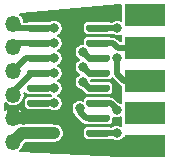
<source format=gbr>
%TF.GenerationSoftware,KiCad,Pcbnew,(5.1.9)-1*%
%TF.CreationDate,2022-11-25T11:31:52-06:00*%
%TF.ProjectId,adapter,61646170-7465-4722-9e6b-696361645f70,rev?*%
%TF.SameCoordinates,Original*%
%TF.FileFunction,Copper,L1,Top*%
%TF.FilePolarity,Positive*%
%FSLAX46Y46*%
G04 Gerber Fmt 4.6, Leading zero omitted, Abs format (unit mm)*
G04 Created by KiCad (PCBNEW (5.1.9)-1) date 2022-11-25 11:31:52*
%MOMM*%
%LPD*%
G01*
G04 APERTURE LIST*
%TA.AperFunction,ComponentPad*%
%ADD10O,1.350000X1.350000*%
%TD*%
%TA.AperFunction,SMDPad,CuDef*%
%ADD11R,3.480000X1.846667*%
%TD*%
%TA.AperFunction,ViaPad*%
%ADD12C,0.800000*%
%TD*%
%TA.AperFunction,Conductor*%
%ADD13C,0.500000*%
%TD*%
%TA.AperFunction,Conductor*%
%ADD14C,1.000000*%
%TD*%
%TA.AperFunction,Conductor*%
%ADD15C,0.200000*%
%TD*%
%TA.AperFunction,Conductor*%
%ADD16C,0.100000*%
%TD*%
G04 APERTURE END LIST*
D10*
%TO.P,J1,1*%
%TO.N,TXD*%
X131191000Y-90424000D03*
%TO.P,J1,2*%
%TO.N,RXD*%
X131191000Y-92424000D03*
%TO.P,J1,3*%
%TO.N,CTS*%
X131191000Y-94424000D03*
%TO.P,J1,4*%
%TO.N,RTS*%
X131191000Y-96424000D03*
%TO.P,J1,5*%
%TO.N,GND*%
X131191000Y-98424000D03*
%TO.P,J1,6*%
%TO.N,VCC*%
X131191000Y-100424000D03*
%TD*%
D11*
%TO.P,P1,1*%
%TO.N,Net-(P1-Pad1)*%
X142367000Y-89710000D03*
%TO.P,P1,2*%
%TO.N,Net-(P1-Pad2)*%
X142367000Y-92480000D03*
%TO.P,P1,3*%
%TO.N,Net-(P1-Pad3)*%
X142367000Y-95250000D03*
%TO.P,P1,4*%
%TO.N,Net-(P1-Pad4)*%
X142367000Y-98020000D03*
%TO.P,P1,5*%
%TO.N,GND*%
X142367000Y-100790000D03*
%TD*%
%TO.P,U1,1*%
%TO.N,Net-(C2-Pad1)*%
%TA.AperFunction,SMDPad,CuDef*%
G36*
G01*
X139390000Y-99545000D02*
X139390000Y-99845000D01*
G75*
G02*
X139240000Y-99995000I-150000J0D01*
G01*
X137540000Y-99995000D01*
G75*
G02*
X137390000Y-99845000I0J150000D01*
G01*
X137390000Y-99545000D01*
G75*
G02*
X137540000Y-99395000I150000J0D01*
G01*
X139240000Y-99395000D01*
G75*
G02*
X139390000Y-99545000I0J-150000D01*
G01*
G37*
%TD.AperFunction*%
%TO.P,U1,2*%
%TO.N,Net-(C4-Pad2)*%
%TA.AperFunction,SMDPad,CuDef*%
G36*
G01*
X139390000Y-98275000D02*
X139390000Y-98575000D01*
G75*
G02*
X139240000Y-98725000I-150000J0D01*
G01*
X137540000Y-98725000D01*
G75*
G02*
X137390000Y-98575000I0J150000D01*
G01*
X137390000Y-98275000D01*
G75*
G02*
X137540000Y-98125000I150000J0D01*
G01*
X139240000Y-98125000D01*
G75*
G02*
X139390000Y-98275000I0J-150000D01*
G01*
G37*
%TD.AperFunction*%
%TO.P,U1,3*%
%TO.N,Net-(C2-Pad2)*%
%TA.AperFunction,SMDPad,CuDef*%
G36*
G01*
X139390000Y-97005000D02*
X139390000Y-97305000D01*
G75*
G02*
X139240000Y-97455000I-150000J0D01*
G01*
X137540000Y-97455000D01*
G75*
G02*
X137390000Y-97305000I0J150000D01*
G01*
X137390000Y-97005000D01*
G75*
G02*
X137540000Y-96855000I150000J0D01*
G01*
X139240000Y-96855000D01*
G75*
G02*
X139390000Y-97005000I0J-150000D01*
G01*
G37*
%TD.AperFunction*%
%TO.P,U1,4*%
%TO.N,Net-(C3-Pad1)*%
%TA.AperFunction,SMDPad,CuDef*%
G36*
G01*
X139390000Y-95735000D02*
X139390000Y-96035000D01*
G75*
G02*
X139240000Y-96185000I-150000J0D01*
G01*
X137540000Y-96185000D01*
G75*
G02*
X137390000Y-96035000I0J150000D01*
G01*
X137390000Y-95735000D01*
G75*
G02*
X137540000Y-95585000I150000J0D01*
G01*
X139240000Y-95585000D01*
G75*
G02*
X139390000Y-95735000I0J-150000D01*
G01*
G37*
%TD.AperFunction*%
%TO.P,U1,5*%
%TO.N,Net-(C3-Pad2)*%
%TA.AperFunction,SMDPad,CuDef*%
G36*
G01*
X139390000Y-94465000D02*
X139390000Y-94765000D01*
G75*
G02*
X139240000Y-94915000I-150000J0D01*
G01*
X137540000Y-94915000D01*
G75*
G02*
X137390000Y-94765000I0J150000D01*
G01*
X137390000Y-94465000D01*
G75*
G02*
X137540000Y-94315000I150000J0D01*
G01*
X139240000Y-94315000D01*
G75*
G02*
X139390000Y-94465000I0J-150000D01*
G01*
G37*
%TD.AperFunction*%
%TO.P,U1,6*%
%TO.N,Net-(C5-Pad2)*%
%TA.AperFunction,SMDPad,CuDef*%
G36*
G01*
X139390000Y-93195000D02*
X139390000Y-93495000D01*
G75*
G02*
X139240000Y-93645000I-150000J0D01*
G01*
X137540000Y-93645000D01*
G75*
G02*
X137390000Y-93495000I0J150000D01*
G01*
X137390000Y-93195000D01*
G75*
G02*
X137540000Y-93045000I150000J0D01*
G01*
X139240000Y-93045000D01*
G75*
G02*
X139390000Y-93195000I0J-150000D01*
G01*
G37*
%TD.AperFunction*%
%TO.P,U1,7*%
%TO.N,Net-(P1-Pad2)*%
%TA.AperFunction,SMDPad,CuDef*%
G36*
G01*
X139390000Y-91925000D02*
X139390000Y-92225000D01*
G75*
G02*
X139240000Y-92375000I-150000J0D01*
G01*
X137540000Y-92375000D01*
G75*
G02*
X137390000Y-92225000I0J150000D01*
G01*
X137390000Y-91925000D01*
G75*
G02*
X137540000Y-91775000I150000J0D01*
G01*
X139240000Y-91775000D01*
G75*
G02*
X139390000Y-91925000I0J-150000D01*
G01*
G37*
%TD.AperFunction*%
%TO.P,U1,8*%
%TO.N,Net-(P1-Pad3)*%
%TA.AperFunction,SMDPad,CuDef*%
G36*
G01*
X139390000Y-90655000D02*
X139390000Y-90955000D01*
G75*
G02*
X139240000Y-91105000I-150000J0D01*
G01*
X137540000Y-91105000D01*
G75*
G02*
X137390000Y-90955000I0J150000D01*
G01*
X137390000Y-90655000D01*
G75*
G02*
X137540000Y-90505000I150000J0D01*
G01*
X139240000Y-90505000D01*
G75*
G02*
X139390000Y-90655000I0J-150000D01*
G01*
G37*
%TD.AperFunction*%
%TO.P,U1,9*%
%TO.N,TXD*%
%TA.AperFunction,SMDPad,CuDef*%
G36*
G01*
X134390000Y-90655000D02*
X134390000Y-90955000D01*
G75*
G02*
X134240000Y-91105000I-150000J0D01*
G01*
X132540000Y-91105000D01*
G75*
G02*
X132390000Y-90955000I0J150000D01*
G01*
X132390000Y-90655000D01*
G75*
G02*
X132540000Y-90505000I150000J0D01*
G01*
X134240000Y-90505000D01*
G75*
G02*
X134390000Y-90655000I0J-150000D01*
G01*
G37*
%TD.AperFunction*%
%TO.P,U1,10*%
%TO.N,RXD*%
%TA.AperFunction,SMDPad,CuDef*%
G36*
G01*
X134390000Y-91925000D02*
X134390000Y-92225000D01*
G75*
G02*
X134240000Y-92375000I-150000J0D01*
G01*
X132540000Y-92375000D01*
G75*
G02*
X132390000Y-92225000I0J150000D01*
G01*
X132390000Y-91925000D01*
G75*
G02*
X132540000Y-91775000I150000J0D01*
G01*
X134240000Y-91775000D01*
G75*
G02*
X134390000Y-91925000I0J-150000D01*
G01*
G37*
%TD.AperFunction*%
%TO.P,U1,11*%
%TO.N,CTS*%
%TA.AperFunction,SMDPad,CuDef*%
G36*
G01*
X134390000Y-93195000D02*
X134390000Y-93495000D01*
G75*
G02*
X134240000Y-93645000I-150000J0D01*
G01*
X132540000Y-93645000D01*
G75*
G02*
X132390000Y-93495000I0J150000D01*
G01*
X132390000Y-93195000D01*
G75*
G02*
X132540000Y-93045000I150000J0D01*
G01*
X134240000Y-93045000D01*
G75*
G02*
X134390000Y-93195000I0J-150000D01*
G01*
G37*
%TD.AperFunction*%
%TO.P,U1,12*%
%TO.N,RTS*%
%TA.AperFunction,SMDPad,CuDef*%
G36*
G01*
X134390000Y-94465000D02*
X134390000Y-94765000D01*
G75*
G02*
X134240000Y-94915000I-150000J0D01*
G01*
X132540000Y-94915000D01*
G75*
G02*
X132390000Y-94765000I0J150000D01*
G01*
X132390000Y-94465000D01*
G75*
G02*
X132540000Y-94315000I150000J0D01*
G01*
X134240000Y-94315000D01*
G75*
G02*
X134390000Y-94465000I0J-150000D01*
G01*
G37*
%TD.AperFunction*%
%TO.P,U1,13*%
%TO.N,Net-(P1-Pad7)*%
%TA.AperFunction,SMDPad,CuDef*%
G36*
G01*
X134390000Y-95735000D02*
X134390000Y-96035000D01*
G75*
G02*
X134240000Y-96185000I-150000J0D01*
G01*
X132540000Y-96185000D01*
G75*
G02*
X132390000Y-96035000I0J150000D01*
G01*
X132390000Y-95735000D01*
G75*
G02*
X132540000Y-95585000I150000J0D01*
G01*
X134240000Y-95585000D01*
G75*
G02*
X134390000Y-95735000I0J-150000D01*
G01*
G37*
%TD.AperFunction*%
%TO.P,U1,14*%
%TO.N,Net-(P1-Pad8)*%
%TA.AperFunction,SMDPad,CuDef*%
G36*
G01*
X134390000Y-97005000D02*
X134390000Y-97305000D01*
G75*
G02*
X134240000Y-97455000I-150000J0D01*
G01*
X132540000Y-97455000D01*
G75*
G02*
X132390000Y-97305000I0J150000D01*
G01*
X132390000Y-97005000D01*
G75*
G02*
X132540000Y-96855000I150000J0D01*
G01*
X134240000Y-96855000D01*
G75*
G02*
X134390000Y-97005000I0J-150000D01*
G01*
G37*
%TD.AperFunction*%
%TO.P,U1,15*%
%TO.N,GND*%
%TA.AperFunction,SMDPad,CuDef*%
G36*
G01*
X134390000Y-98275000D02*
X134390000Y-98575000D01*
G75*
G02*
X134240000Y-98725000I-150000J0D01*
G01*
X132540000Y-98725000D01*
G75*
G02*
X132390000Y-98575000I0J150000D01*
G01*
X132390000Y-98275000D01*
G75*
G02*
X132540000Y-98125000I150000J0D01*
G01*
X134240000Y-98125000D01*
G75*
G02*
X134390000Y-98275000I0J-150000D01*
G01*
G37*
%TD.AperFunction*%
%TO.P,U1,16*%
%TO.N,VCC*%
%TA.AperFunction,SMDPad,CuDef*%
G36*
G01*
X134390000Y-99545000D02*
X134390000Y-99845000D01*
G75*
G02*
X134240000Y-99995000I-150000J0D01*
G01*
X132540000Y-99995000D01*
G75*
G02*
X132390000Y-99845000I0J150000D01*
G01*
X132390000Y-99545000D01*
G75*
G02*
X132540000Y-99395000I150000J0D01*
G01*
X134240000Y-99395000D01*
G75*
G02*
X134390000Y-99545000I0J-150000D01*
G01*
G37*
%TD.AperFunction*%
%TD*%
D12*
%TO.N,GND*%
X139700000Y-100965000D03*
X138430000Y-100965000D03*
X138430000Y-89535000D03*
X137160000Y-100965000D03*
X134683500Y-98425000D03*
X137160000Y-89535000D03*
%TO.N,Net-(C2-Pad2)*%
X139954000Y-97726500D03*
%TO.N,Net-(C2-Pad1)*%
X139954000Y-99695000D03*
%TO.N,Net-(C3-Pad1)*%
X137096500Y-95377000D03*
%TO.N,Net-(C3-Pad2)*%
X137096500Y-94107000D03*
%TO.N,Net-(C4-Pad2)*%
X136842500Y-97599500D03*
%TO.N,Net-(C5-Pad2)*%
X137096500Y-92837000D03*
%TO.N,Net-(P1-Pad3)*%
X140024801Y-93329836D03*
X140026998Y-90805000D03*
%TO.N,Net-(P1-Pad7)*%
X134683500Y-95885000D03*
%TO.N,Net-(P1-Pad8)*%
X134683500Y-97155000D03*
%TO.N,CTS*%
X134683500Y-93345000D03*
%TO.N,RTS*%
X134683500Y-94615000D03*
%TO.N,RXD*%
X134683500Y-92075000D03*
%TO.N,TXD*%
X134683500Y-90805000D03*
%TO.N,VCC*%
X134683500Y-99695000D03*
%TD*%
D13*
%TO.N,GND*%
X131192000Y-98425000D02*
X131191000Y-98424000D01*
D14*
X134682500Y-98424000D02*
X134683500Y-98425000D01*
D13*
X133390000Y-98425000D02*
X134620000Y-98425000D01*
D14*
X131191000Y-98424000D02*
X134682500Y-98424000D01*
X142877800Y-101206300D02*
X140385800Y-101206300D01*
X142367000Y-100790000D02*
X142192000Y-100965000D01*
X139700000Y-100965000D02*
X140312002Y-100965000D01*
X140312002Y-100965000D02*
X140482001Y-100795001D01*
X140482001Y-100795001D02*
X140831501Y-100445501D01*
D13*
%TO.N,Net-(C2-Pad2)*%
X139446000Y-97155000D02*
X139954000Y-97663000D01*
X138390000Y-97155000D02*
X139446000Y-97155000D01*
%TO.N,Net-(C2-Pad1)*%
X138390000Y-99695000D02*
X139954000Y-99695000D01*
%TO.N,Net-(C3-Pad1)*%
X137604500Y-95885000D02*
X137096500Y-95377000D01*
X138390000Y-95885000D02*
X137604500Y-95885000D01*
%TO.N,Net-(C3-Pad2)*%
X137604500Y-94615000D02*
X137096500Y-94107000D01*
X138390000Y-94615000D02*
X137604500Y-94615000D01*
%TO.N,Net-(C4-Pad2)*%
X138365499Y-98449501D02*
X138390000Y-98425000D01*
X138390000Y-98425000D02*
X137655300Y-98425000D01*
X138390000Y-98425000D02*
X137350500Y-98425000D01*
X136842500Y-97917000D02*
X136842500Y-97599500D01*
X137350500Y-98425000D02*
X136842500Y-97917000D01*
%TO.N,Net-(C5-Pad2)*%
X137604500Y-93345000D02*
X137096500Y-92837000D01*
X138390000Y-93345000D02*
X137604500Y-93345000D01*
%TO.N,Net-(P1-Pad2)*%
X142240000Y-92480000D02*
X140041500Y-92480000D01*
X139636500Y-92075000D02*
X138390000Y-92075000D01*
X140041500Y-92480000D02*
X139636500Y-92075000D01*
%TO.N,Net-(P1-Pad3)*%
X140026998Y-90805000D02*
X138390000Y-90805000D01*
X142367000Y-95250000D02*
X140589000Y-95250000D01*
X140024801Y-94685801D02*
X140024801Y-93329836D01*
X140589000Y-95250000D02*
X140024801Y-94685801D01*
%TO.N,Net-(P1-Pad7)*%
X133390000Y-95885000D02*
X134620000Y-95885000D01*
%TO.N,Net-(P1-Pad8)*%
X133390000Y-97155000D02*
X134620000Y-97155000D01*
%TO.N,CTS*%
X133390000Y-93345000D02*
X134683500Y-93345000D01*
X132270000Y-93345000D02*
X131191000Y-94424000D01*
X133390000Y-93345000D02*
X132270000Y-93345000D01*
%TO.N,RTS*%
X133390000Y-94615000D02*
X134683500Y-94615000D01*
X131191000Y-96235456D02*
X131191000Y-96424000D01*
X132811456Y-94615000D02*
X131191000Y-96235456D01*
X133390000Y-94615000D02*
X132811456Y-94615000D01*
%TO.N,RXD*%
X133390000Y-92075000D02*
X134683500Y-92075000D01*
X131540000Y-92075000D02*
X131191000Y-92424000D01*
X133390000Y-92075000D02*
X131540000Y-92075000D01*
%TO.N,TXD*%
X133390000Y-90805000D02*
X134683500Y-90805000D01*
X131572000Y-90805000D02*
X131191000Y-90424000D01*
X133390000Y-90805000D02*
X131572000Y-90805000D01*
%TO.N,VCC*%
X133390000Y-99695000D02*
X134620000Y-99695000D01*
D14*
X134683500Y-99695000D02*
X131920000Y-99695000D01*
X131920000Y-99695000D02*
X131191000Y-100424000D01*
%TD*%
D15*
%TO.N,GND*%
X140325549Y-90170990D02*
X140231180Y-90131901D01*
X140095942Y-90105000D01*
X139958054Y-90105000D01*
X139822816Y-90131901D01*
X139695424Y-90184668D01*
X139590164Y-90255000D01*
X139444729Y-90255000D01*
X139412763Y-90237914D01*
X139328074Y-90212224D01*
X139240000Y-90203549D01*
X137540000Y-90203549D01*
X137451926Y-90212224D01*
X137367237Y-90237914D01*
X137289187Y-90279632D01*
X137220776Y-90335776D01*
X137164632Y-90404187D01*
X137122914Y-90482237D01*
X137097224Y-90566926D01*
X137088549Y-90655000D01*
X137088549Y-90955000D01*
X137097224Y-91043074D01*
X137122914Y-91127763D01*
X137164632Y-91205813D01*
X137220776Y-91274224D01*
X137289187Y-91330368D01*
X137367237Y-91372086D01*
X137451926Y-91397776D01*
X137540000Y-91406451D01*
X139240000Y-91406451D01*
X139328074Y-91397776D01*
X139412763Y-91372086D01*
X139444729Y-91355000D01*
X139590164Y-91355000D01*
X139695424Y-91425332D01*
X139822816Y-91478099D01*
X139958054Y-91505000D01*
X140095942Y-91505000D01*
X140231180Y-91478099D01*
X140356598Y-91426150D01*
X140348496Y-91441307D01*
X140331341Y-91497857D01*
X140325549Y-91556667D01*
X140325549Y-91930000D01*
X140269317Y-91930000D01*
X140044513Y-91705196D01*
X140027290Y-91684210D01*
X139943542Y-91615479D01*
X139847994Y-91564408D01*
X139744319Y-91532958D01*
X139663518Y-91525000D01*
X139663508Y-91525000D01*
X139636500Y-91522340D01*
X139609492Y-91525000D01*
X139444729Y-91525000D01*
X139412763Y-91507914D01*
X139328074Y-91482224D01*
X139240000Y-91473549D01*
X137540000Y-91473549D01*
X137451926Y-91482224D01*
X137367237Y-91507914D01*
X137289187Y-91549632D01*
X137220776Y-91605776D01*
X137164632Y-91674187D01*
X137122914Y-91752237D01*
X137097224Y-91836926D01*
X137088549Y-91925000D01*
X137088549Y-92137000D01*
X137027556Y-92137000D01*
X136892318Y-92163901D01*
X136764926Y-92216668D01*
X136650276Y-92293274D01*
X136552774Y-92390776D01*
X136476168Y-92505426D01*
X136423401Y-92632818D01*
X136396500Y-92768056D01*
X136396500Y-92905944D01*
X136423401Y-93041182D01*
X136476168Y-93168574D01*
X136552774Y-93283224D01*
X136650276Y-93380726D01*
X136764926Y-93457332D01*
X136800338Y-93472000D01*
X136764926Y-93486668D01*
X136650276Y-93563274D01*
X136552774Y-93660776D01*
X136476168Y-93775426D01*
X136423401Y-93902818D01*
X136396500Y-94038056D01*
X136396500Y-94175944D01*
X136423401Y-94311182D01*
X136476168Y-94438574D01*
X136552774Y-94553224D01*
X136650276Y-94650726D01*
X136764926Y-94727332D01*
X136800338Y-94742000D01*
X136764926Y-94756668D01*
X136650276Y-94833274D01*
X136552774Y-94930776D01*
X136476168Y-95045426D01*
X136423401Y-95172818D01*
X136396500Y-95308056D01*
X136396500Y-95445944D01*
X136423401Y-95581182D01*
X136476168Y-95708574D01*
X136552774Y-95823224D01*
X136650276Y-95920726D01*
X136764926Y-95997332D01*
X136892318Y-96050099D01*
X137016480Y-96074797D01*
X137111361Y-96169678D01*
X137122914Y-96207763D01*
X137164632Y-96285813D01*
X137220776Y-96354224D01*
X137289187Y-96410368D01*
X137367237Y-96452086D01*
X137451926Y-96477776D01*
X137540000Y-96486451D01*
X139240000Y-96486451D01*
X139328074Y-96477776D01*
X139412763Y-96452086D01*
X139490813Y-96410368D01*
X139559224Y-96354224D01*
X139615368Y-96285813D01*
X139657086Y-96207763D01*
X139682776Y-96123074D01*
X139691451Y-96035000D01*
X139691451Y-95735000D01*
X139682776Y-95646926D01*
X139657086Y-95562237D01*
X139615368Y-95484187D01*
X139559224Y-95415776D01*
X139490813Y-95359632D01*
X139412763Y-95317914D01*
X139328074Y-95292224D01*
X139240000Y-95283549D01*
X137791625Y-95283549D01*
X137778278Y-95216451D01*
X139240000Y-95216451D01*
X139328074Y-95207776D01*
X139412763Y-95182086D01*
X139490813Y-95140368D01*
X139559224Y-95084224D01*
X139599750Y-95034844D01*
X139634011Y-95076591D01*
X139654996Y-95093814D01*
X140180991Y-95619809D01*
X140198210Y-95640790D01*
X140219190Y-95658008D01*
X140219195Y-95658013D01*
X140280804Y-95708574D01*
X140281958Y-95709521D01*
X140325549Y-95732821D01*
X140325549Y-96173333D01*
X140331341Y-96232143D01*
X140348496Y-96288693D01*
X140362000Y-96313957D01*
X140362000Y-96956043D01*
X140348496Y-96981307D01*
X140331341Y-97037857D01*
X140325549Y-97096667D01*
X140325549Y-97132878D01*
X140285574Y-97106168D01*
X140158182Y-97053401D01*
X140113288Y-97044471D01*
X139854013Y-96785196D01*
X139836790Y-96764210D01*
X139753042Y-96695479D01*
X139657494Y-96644408D01*
X139553819Y-96612958D01*
X139473018Y-96605000D01*
X139473008Y-96605000D01*
X139446000Y-96602340D01*
X139440725Y-96602860D01*
X139412763Y-96587914D01*
X139328074Y-96562224D01*
X139240000Y-96553549D01*
X137540000Y-96553549D01*
X137451926Y-96562224D01*
X137367237Y-96587914D01*
X137289187Y-96629632D01*
X137220776Y-96685776D01*
X137164632Y-96754187D01*
X137122914Y-96832237D01*
X137097224Y-96916926D01*
X137094346Y-96946144D01*
X137046682Y-96926401D01*
X136911444Y-96899500D01*
X136773556Y-96899500D01*
X136638318Y-96926401D01*
X136510926Y-96979168D01*
X136396276Y-97055774D01*
X136298774Y-97153276D01*
X136222168Y-97267926D01*
X136169401Y-97395318D01*
X136142500Y-97530556D01*
X136142500Y-97668444D01*
X136169401Y-97803682D01*
X136222168Y-97931074D01*
X136298774Y-98045724D01*
X136310295Y-98057245D01*
X136331908Y-98128493D01*
X136382979Y-98224042D01*
X136451710Y-98307790D01*
X136472696Y-98325013D01*
X136942486Y-98794803D01*
X136959710Y-98815790D01*
X137043458Y-98884521D01*
X137139006Y-98935592D01*
X137242681Y-98967042D01*
X137323482Y-98975000D01*
X137323491Y-98975000D01*
X137337932Y-98976422D01*
X137367237Y-98992086D01*
X137451926Y-99017776D01*
X137540000Y-99026451D01*
X139240000Y-99026451D01*
X139328074Y-99017776D01*
X139412763Y-98992086D01*
X139490813Y-98950368D01*
X139559224Y-98894224D01*
X139615368Y-98825813D01*
X139657086Y-98747763D01*
X139682776Y-98663074D01*
X139691451Y-98575000D01*
X139691451Y-98375423D01*
X139749818Y-98399599D01*
X139885056Y-98426500D01*
X140022944Y-98426500D01*
X140158182Y-98399599D01*
X140285574Y-98346832D01*
X140325549Y-98320122D01*
X140325549Y-98943333D01*
X140331341Y-99002143D01*
X140348496Y-99058693D01*
X140362000Y-99083957D01*
X140362000Y-99125734D01*
X140285574Y-99074668D01*
X140158182Y-99021901D01*
X140022944Y-98995000D01*
X139885056Y-98995000D01*
X139749818Y-99021901D01*
X139622426Y-99074668D01*
X139517166Y-99145000D01*
X139444729Y-99145000D01*
X139412763Y-99127914D01*
X139328074Y-99102224D01*
X139240000Y-99093549D01*
X137540000Y-99093549D01*
X137451926Y-99102224D01*
X137367237Y-99127914D01*
X137289187Y-99169632D01*
X137220776Y-99225776D01*
X137164632Y-99294187D01*
X137122914Y-99372237D01*
X137097224Y-99456926D01*
X137088549Y-99545000D01*
X137088549Y-99845000D01*
X137097224Y-99933074D01*
X137122914Y-100017763D01*
X137164632Y-100095813D01*
X137220776Y-100164224D01*
X137289187Y-100220368D01*
X137367237Y-100262086D01*
X137451926Y-100287776D01*
X137540000Y-100296451D01*
X139240000Y-100296451D01*
X139328074Y-100287776D01*
X139412763Y-100262086D01*
X139444729Y-100245000D01*
X139517166Y-100245000D01*
X139622426Y-100315332D01*
X139749818Y-100368099D01*
X139885056Y-100395000D01*
X140022944Y-100395000D01*
X140158182Y-100368099D01*
X140285574Y-100315332D01*
X140326912Y-100287711D01*
X140327000Y-100315000D01*
X140362000Y-100350000D01*
X140362000Y-101230000D01*
X140327000Y-101265000D01*
X140325821Y-101629000D01*
X140213765Y-101629000D01*
X131789127Y-101196968D01*
X131812527Y-101181332D01*
X131948332Y-101045527D01*
X132055034Y-100885836D01*
X132128532Y-100708397D01*
X132151018Y-100595352D01*
X132251370Y-100495000D01*
X134722793Y-100495000D01*
X134840327Y-100483424D01*
X134991128Y-100437679D01*
X135130106Y-100363393D01*
X135251922Y-100263422D01*
X135351893Y-100141606D01*
X135426179Y-100002628D01*
X135471924Y-99851827D01*
X135487370Y-99695000D01*
X135471924Y-99538173D01*
X135426179Y-99387372D01*
X135351893Y-99248394D01*
X135251922Y-99126578D01*
X135130106Y-99026607D01*
X134991128Y-98952321D01*
X134840327Y-98906576D01*
X134722793Y-98895000D01*
X134638578Y-98895000D01*
X134640648Y-98892478D01*
X134668505Y-98840361D01*
X134685660Y-98783810D01*
X134691452Y-98725000D01*
X134690000Y-98700000D01*
X134615000Y-98625000D01*
X133790000Y-98625000D01*
X133790000Y-98725000D01*
X132990000Y-98725000D01*
X132990000Y-98625000D01*
X132165000Y-98625000D01*
X132090000Y-98700000D01*
X132088548Y-98725000D01*
X132094340Y-98783810D01*
X132111495Y-98840361D01*
X132139352Y-98892478D01*
X132141422Y-98895000D01*
X132002213Y-98895000D01*
X131997226Y-98824000D01*
X131591000Y-98824000D01*
X131591000Y-98844000D01*
X130791000Y-98844000D01*
X130791000Y-98824000D01*
X130771000Y-98824000D01*
X130771000Y-98125000D01*
X132088548Y-98125000D01*
X132090000Y-98150000D01*
X132165000Y-98225000D01*
X132990000Y-98225000D01*
X132990000Y-97900000D01*
X133790000Y-97900000D01*
X133790000Y-98225000D01*
X134615000Y-98225000D01*
X134690000Y-98150000D01*
X134691452Y-98125000D01*
X134685660Y-98066190D01*
X134668505Y-98009639D01*
X134640648Y-97957522D01*
X134603159Y-97911841D01*
X134557478Y-97874352D01*
X134505361Y-97846495D01*
X134448810Y-97829340D01*
X134390000Y-97823548D01*
X133865000Y-97825000D01*
X133790000Y-97900000D01*
X132990000Y-97900000D01*
X132915000Y-97825000D01*
X132390000Y-97823548D01*
X132331190Y-97829340D01*
X132274639Y-97846495D01*
X132222522Y-97874352D01*
X132176841Y-97911841D01*
X132139352Y-97957522D01*
X132111495Y-98009639D01*
X132094340Y-98066190D01*
X132088548Y-98125000D01*
X130771000Y-98125000D01*
X130771000Y-98024000D01*
X130791000Y-98024000D01*
X130791000Y-97609804D01*
X131591000Y-97609804D01*
X131591000Y-98024000D01*
X131997226Y-98024000D01*
X132006650Y-97889828D01*
X131996659Y-97874835D01*
X131874042Y-97728211D01*
X131725176Y-97608325D01*
X131591000Y-97609804D01*
X130791000Y-97609804D01*
X130656824Y-97608325D01*
X130527000Y-97712876D01*
X130527000Y-97138859D01*
X130569473Y-97181332D01*
X130729164Y-97288034D01*
X130906603Y-97361532D01*
X131094971Y-97399000D01*
X131287029Y-97399000D01*
X131475397Y-97361532D01*
X131652836Y-97288034D01*
X131812527Y-97181332D01*
X131948332Y-97045527D01*
X132055034Y-96885836D01*
X132128532Y-96708397D01*
X132166000Y-96520029D01*
X132166000Y-96327971D01*
X132153455Y-96264902D01*
X132164632Y-96285813D01*
X132220776Y-96354224D01*
X132289187Y-96410368D01*
X132367237Y-96452086D01*
X132451926Y-96477776D01*
X132540000Y-96486451D01*
X134240000Y-96486451D01*
X134312919Y-96479269D01*
X134351926Y-96505332D01*
X134387338Y-96520000D01*
X134351926Y-96534668D01*
X134312919Y-96560731D01*
X134240000Y-96553549D01*
X132540000Y-96553549D01*
X132451926Y-96562224D01*
X132367237Y-96587914D01*
X132289187Y-96629632D01*
X132220776Y-96685776D01*
X132164632Y-96754187D01*
X132122914Y-96832237D01*
X132097224Y-96916926D01*
X132088549Y-97005000D01*
X132088549Y-97305000D01*
X132097224Y-97393074D01*
X132122914Y-97477763D01*
X132164632Y-97555813D01*
X132220776Y-97624224D01*
X132289187Y-97680368D01*
X132367237Y-97722086D01*
X132451926Y-97747776D01*
X132540000Y-97756451D01*
X134240000Y-97756451D01*
X134312919Y-97749269D01*
X134351926Y-97775332D01*
X134479318Y-97828099D01*
X134614556Y-97855000D01*
X134752444Y-97855000D01*
X134887682Y-97828099D01*
X135015074Y-97775332D01*
X135129724Y-97698726D01*
X135227226Y-97601224D01*
X135303832Y-97486574D01*
X135356599Y-97359182D01*
X135383500Y-97223944D01*
X135383500Y-97086056D01*
X135356599Y-96950818D01*
X135303832Y-96823426D01*
X135227226Y-96708776D01*
X135129724Y-96611274D01*
X135015074Y-96534668D01*
X134979662Y-96520000D01*
X135015074Y-96505332D01*
X135129724Y-96428726D01*
X135227226Y-96331224D01*
X135303832Y-96216574D01*
X135356599Y-96089182D01*
X135383500Y-95953944D01*
X135383500Y-95816056D01*
X135356599Y-95680818D01*
X135303832Y-95553426D01*
X135227226Y-95438776D01*
X135129724Y-95341274D01*
X135015074Y-95264668D01*
X134979662Y-95250000D01*
X135015074Y-95235332D01*
X135129724Y-95158726D01*
X135227226Y-95061224D01*
X135303832Y-94946574D01*
X135356599Y-94819182D01*
X135383500Y-94683944D01*
X135383500Y-94546056D01*
X135356599Y-94410818D01*
X135303832Y-94283426D01*
X135227226Y-94168776D01*
X135129724Y-94071274D01*
X135015074Y-93994668D01*
X134979662Y-93980000D01*
X135015074Y-93965332D01*
X135129724Y-93888726D01*
X135227226Y-93791224D01*
X135303832Y-93676574D01*
X135356599Y-93549182D01*
X135383500Y-93413944D01*
X135383500Y-93276056D01*
X135356599Y-93140818D01*
X135303832Y-93013426D01*
X135227226Y-92898776D01*
X135129724Y-92801274D01*
X135015074Y-92724668D01*
X134979662Y-92710000D01*
X135015074Y-92695332D01*
X135129724Y-92618726D01*
X135227226Y-92521224D01*
X135303832Y-92406574D01*
X135356599Y-92279182D01*
X135383500Y-92143944D01*
X135383500Y-92006056D01*
X135356599Y-91870818D01*
X135303832Y-91743426D01*
X135227226Y-91628776D01*
X135129724Y-91531274D01*
X135015074Y-91454668D01*
X134979662Y-91440000D01*
X135015074Y-91425332D01*
X135129724Y-91348726D01*
X135227226Y-91251224D01*
X135303832Y-91136574D01*
X135356599Y-91009182D01*
X135383500Y-90873944D01*
X135383500Y-90736056D01*
X135356599Y-90600818D01*
X135303832Y-90473426D01*
X135227226Y-90358776D01*
X135129724Y-90261274D01*
X135015074Y-90184668D01*
X134887682Y-90131901D01*
X134752444Y-90105000D01*
X134614556Y-90105000D01*
X134479318Y-90131901D01*
X134351926Y-90184668D01*
X134312919Y-90210731D01*
X134240000Y-90203549D01*
X132540000Y-90203549D01*
X132451926Y-90212224D01*
X132367237Y-90237914D01*
X132335271Y-90255000D01*
X132151485Y-90255000D01*
X132128532Y-90139603D01*
X132055034Y-89962164D01*
X131948332Y-89802473D01*
X131812527Y-89666668D01*
X131758003Y-89630237D01*
X140218076Y-88871000D01*
X140325549Y-88871000D01*
X140325549Y-90170990D01*
%TA.AperFunction,Conductor*%
D16*
G36*
X140325549Y-90170990D02*
G01*
X140231180Y-90131901D01*
X140095942Y-90105000D01*
X139958054Y-90105000D01*
X139822816Y-90131901D01*
X139695424Y-90184668D01*
X139590164Y-90255000D01*
X139444729Y-90255000D01*
X139412763Y-90237914D01*
X139328074Y-90212224D01*
X139240000Y-90203549D01*
X137540000Y-90203549D01*
X137451926Y-90212224D01*
X137367237Y-90237914D01*
X137289187Y-90279632D01*
X137220776Y-90335776D01*
X137164632Y-90404187D01*
X137122914Y-90482237D01*
X137097224Y-90566926D01*
X137088549Y-90655000D01*
X137088549Y-90955000D01*
X137097224Y-91043074D01*
X137122914Y-91127763D01*
X137164632Y-91205813D01*
X137220776Y-91274224D01*
X137289187Y-91330368D01*
X137367237Y-91372086D01*
X137451926Y-91397776D01*
X137540000Y-91406451D01*
X139240000Y-91406451D01*
X139328074Y-91397776D01*
X139412763Y-91372086D01*
X139444729Y-91355000D01*
X139590164Y-91355000D01*
X139695424Y-91425332D01*
X139822816Y-91478099D01*
X139958054Y-91505000D01*
X140095942Y-91505000D01*
X140231180Y-91478099D01*
X140356598Y-91426150D01*
X140348496Y-91441307D01*
X140331341Y-91497857D01*
X140325549Y-91556667D01*
X140325549Y-91930000D01*
X140269317Y-91930000D01*
X140044513Y-91705196D01*
X140027290Y-91684210D01*
X139943542Y-91615479D01*
X139847994Y-91564408D01*
X139744319Y-91532958D01*
X139663518Y-91525000D01*
X139663508Y-91525000D01*
X139636500Y-91522340D01*
X139609492Y-91525000D01*
X139444729Y-91525000D01*
X139412763Y-91507914D01*
X139328074Y-91482224D01*
X139240000Y-91473549D01*
X137540000Y-91473549D01*
X137451926Y-91482224D01*
X137367237Y-91507914D01*
X137289187Y-91549632D01*
X137220776Y-91605776D01*
X137164632Y-91674187D01*
X137122914Y-91752237D01*
X137097224Y-91836926D01*
X137088549Y-91925000D01*
X137088549Y-92137000D01*
X137027556Y-92137000D01*
X136892318Y-92163901D01*
X136764926Y-92216668D01*
X136650276Y-92293274D01*
X136552774Y-92390776D01*
X136476168Y-92505426D01*
X136423401Y-92632818D01*
X136396500Y-92768056D01*
X136396500Y-92905944D01*
X136423401Y-93041182D01*
X136476168Y-93168574D01*
X136552774Y-93283224D01*
X136650276Y-93380726D01*
X136764926Y-93457332D01*
X136800338Y-93472000D01*
X136764926Y-93486668D01*
X136650276Y-93563274D01*
X136552774Y-93660776D01*
X136476168Y-93775426D01*
X136423401Y-93902818D01*
X136396500Y-94038056D01*
X136396500Y-94175944D01*
X136423401Y-94311182D01*
X136476168Y-94438574D01*
X136552774Y-94553224D01*
X136650276Y-94650726D01*
X136764926Y-94727332D01*
X136800338Y-94742000D01*
X136764926Y-94756668D01*
X136650276Y-94833274D01*
X136552774Y-94930776D01*
X136476168Y-95045426D01*
X136423401Y-95172818D01*
X136396500Y-95308056D01*
X136396500Y-95445944D01*
X136423401Y-95581182D01*
X136476168Y-95708574D01*
X136552774Y-95823224D01*
X136650276Y-95920726D01*
X136764926Y-95997332D01*
X136892318Y-96050099D01*
X137016480Y-96074797D01*
X137111361Y-96169678D01*
X137122914Y-96207763D01*
X137164632Y-96285813D01*
X137220776Y-96354224D01*
X137289187Y-96410368D01*
X137367237Y-96452086D01*
X137451926Y-96477776D01*
X137540000Y-96486451D01*
X139240000Y-96486451D01*
X139328074Y-96477776D01*
X139412763Y-96452086D01*
X139490813Y-96410368D01*
X139559224Y-96354224D01*
X139615368Y-96285813D01*
X139657086Y-96207763D01*
X139682776Y-96123074D01*
X139691451Y-96035000D01*
X139691451Y-95735000D01*
X139682776Y-95646926D01*
X139657086Y-95562237D01*
X139615368Y-95484187D01*
X139559224Y-95415776D01*
X139490813Y-95359632D01*
X139412763Y-95317914D01*
X139328074Y-95292224D01*
X139240000Y-95283549D01*
X137791625Y-95283549D01*
X137778278Y-95216451D01*
X139240000Y-95216451D01*
X139328074Y-95207776D01*
X139412763Y-95182086D01*
X139490813Y-95140368D01*
X139559224Y-95084224D01*
X139599750Y-95034844D01*
X139634011Y-95076591D01*
X139654996Y-95093814D01*
X140180991Y-95619809D01*
X140198210Y-95640790D01*
X140219190Y-95658008D01*
X140219195Y-95658013D01*
X140280804Y-95708574D01*
X140281958Y-95709521D01*
X140325549Y-95732821D01*
X140325549Y-96173333D01*
X140331341Y-96232143D01*
X140348496Y-96288693D01*
X140362000Y-96313957D01*
X140362000Y-96956043D01*
X140348496Y-96981307D01*
X140331341Y-97037857D01*
X140325549Y-97096667D01*
X140325549Y-97132878D01*
X140285574Y-97106168D01*
X140158182Y-97053401D01*
X140113288Y-97044471D01*
X139854013Y-96785196D01*
X139836790Y-96764210D01*
X139753042Y-96695479D01*
X139657494Y-96644408D01*
X139553819Y-96612958D01*
X139473018Y-96605000D01*
X139473008Y-96605000D01*
X139446000Y-96602340D01*
X139440725Y-96602860D01*
X139412763Y-96587914D01*
X139328074Y-96562224D01*
X139240000Y-96553549D01*
X137540000Y-96553549D01*
X137451926Y-96562224D01*
X137367237Y-96587914D01*
X137289187Y-96629632D01*
X137220776Y-96685776D01*
X137164632Y-96754187D01*
X137122914Y-96832237D01*
X137097224Y-96916926D01*
X137094346Y-96946144D01*
X137046682Y-96926401D01*
X136911444Y-96899500D01*
X136773556Y-96899500D01*
X136638318Y-96926401D01*
X136510926Y-96979168D01*
X136396276Y-97055774D01*
X136298774Y-97153276D01*
X136222168Y-97267926D01*
X136169401Y-97395318D01*
X136142500Y-97530556D01*
X136142500Y-97668444D01*
X136169401Y-97803682D01*
X136222168Y-97931074D01*
X136298774Y-98045724D01*
X136310295Y-98057245D01*
X136331908Y-98128493D01*
X136382979Y-98224042D01*
X136451710Y-98307790D01*
X136472696Y-98325013D01*
X136942486Y-98794803D01*
X136959710Y-98815790D01*
X137043458Y-98884521D01*
X137139006Y-98935592D01*
X137242681Y-98967042D01*
X137323482Y-98975000D01*
X137323491Y-98975000D01*
X137337932Y-98976422D01*
X137367237Y-98992086D01*
X137451926Y-99017776D01*
X137540000Y-99026451D01*
X139240000Y-99026451D01*
X139328074Y-99017776D01*
X139412763Y-98992086D01*
X139490813Y-98950368D01*
X139559224Y-98894224D01*
X139615368Y-98825813D01*
X139657086Y-98747763D01*
X139682776Y-98663074D01*
X139691451Y-98575000D01*
X139691451Y-98375423D01*
X139749818Y-98399599D01*
X139885056Y-98426500D01*
X140022944Y-98426500D01*
X140158182Y-98399599D01*
X140285574Y-98346832D01*
X140325549Y-98320122D01*
X140325549Y-98943333D01*
X140331341Y-99002143D01*
X140348496Y-99058693D01*
X140362000Y-99083957D01*
X140362000Y-99125734D01*
X140285574Y-99074668D01*
X140158182Y-99021901D01*
X140022944Y-98995000D01*
X139885056Y-98995000D01*
X139749818Y-99021901D01*
X139622426Y-99074668D01*
X139517166Y-99145000D01*
X139444729Y-99145000D01*
X139412763Y-99127914D01*
X139328074Y-99102224D01*
X139240000Y-99093549D01*
X137540000Y-99093549D01*
X137451926Y-99102224D01*
X137367237Y-99127914D01*
X137289187Y-99169632D01*
X137220776Y-99225776D01*
X137164632Y-99294187D01*
X137122914Y-99372237D01*
X137097224Y-99456926D01*
X137088549Y-99545000D01*
X137088549Y-99845000D01*
X137097224Y-99933074D01*
X137122914Y-100017763D01*
X137164632Y-100095813D01*
X137220776Y-100164224D01*
X137289187Y-100220368D01*
X137367237Y-100262086D01*
X137451926Y-100287776D01*
X137540000Y-100296451D01*
X139240000Y-100296451D01*
X139328074Y-100287776D01*
X139412763Y-100262086D01*
X139444729Y-100245000D01*
X139517166Y-100245000D01*
X139622426Y-100315332D01*
X139749818Y-100368099D01*
X139885056Y-100395000D01*
X140022944Y-100395000D01*
X140158182Y-100368099D01*
X140285574Y-100315332D01*
X140326912Y-100287711D01*
X140327000Y-100315000D01*
X140362000Y-100350000D01*
X140362000Y-101230000D01*
X140327000Y-101265000D01*
X140325821Y-101629000D01*
X140213765Y-101629000D01*
X131789127Y-101196968D01*
X131812527Y-101181332D01*
X131948332Y-101045527D01*
X132055034Y-100885836D01*
X132128532Y-100708397D01*
X132151018Y-100595352D01*
X132251370Y-100495000D01*
X134722793Y-100495000D01*
X134840327Y-100483424D01*
X134991128Y-100437679D01*
X135130106Y-100363393D01*
X135251922Y-100263422D01*
X135351893Y-100141606D01*
X135426179Y-100002628D01*
X135471924Y-99851827D01*
X135487370Y-99695000D01*
X135471924Y-99538173D01*
X135426179Y-99387372D01*
X135351893Y-99248394D01*
X135251922Y-99126578D01*
X135130106Y-99026607D01*
X134991128Y-98952321D01*
X134840327Y-98906576D01*
X134722793Y-98895000D01*
X134638578Y-98895000D01*
X134640648Y-98892478D01*
X134668505Y-98840361D01*
X134685660Y-98783810D01*
X134691452Y-98725000D01*
X134690000Y-98700000D01*
X134615000Y-98625000D01*
X133790000Y-98625000D01*
X133790000Y-98725000D01*
X132990000Y-98725000D01*
X132990000Y-98625000D01*
X132165000Y-98625000D01*
X132090000Y-98700000D01*
X132088548Y-98725000D01*
X132094340Y-98783810D01*
X132111495Y-98840361D01*
X132139352Y-98892478D01*
X132141422Y-98895000D01*
X132002213Y-98895000D01*
X131997226Y-98824000D01*
X131591000Y-98824000D01*
X131591000Y-98844000D01*
X130791000Y-98844000D01*
X130791000Y-98824000D01*
X130771000Y-98824000D01*
X130771000Y-98125000D01*
X132088548Y-98125000D01*
X132090000Y-98150000D01*
X132165000Y-98225000D01*
X132990000Y-98225000D01*
X132990000Y-97900000D01*
X133790000Y-97900000D01*
X133790000Y-98225000D01*
X134615000Y-98225000D01*
X134690000Y-98150000D01*
X134691452Y-98125000D01*
X134685660Y-98066190D01*
X134668505Y-98009639D01*
X134640648Y-97957522D01*
X134603159Y-97911841D01*
X134557478Y-97874352D01*
X134505361Y-97846495D01*
X134448810Y-97829340D01*
X134390000Y-97823548D01*
X133865000Y-97825000D01*
X133790000Y-97900000D01*
X132990000Y-97900000D01*
X132915000Y-97825000D01*
X132390000Y-97823548D01*
X132331190Y-97829340D01*
X132274639Y-97846495D01*
X132222522Y-97874352D01*
X132176841Y-97911841D01*
X132139352Y-97957522D01*
X132111495Y-98009639D01*
X132094340Y-98066190D01*
X132088548Y-98125000D01*
X130771000Y-98125000D01*
X130771000Y-98024000D01*
X130791000Y-98024000D01*
X130791000Y-97609804D01*
X131591000Y-97609804D01*
X131591000Y-98024000D01*
X131997226Y-98024000D01*
X132006650Y-97889828D01*
X131996659Y-97874835D01*
X131874042Y-97728211D01*
X131725176Y-97608325D01*
X131591000Y-97609804D01*
X130791000Y-97609804D01*
X130656824Y-97608325D01*
X130527000Y-97712876D01*
X130527000Y-97138859D01*
X130569473Y-97181332D01*
X130729164Y-97288034D01*
X130906603Y-97361532D01*
X131094971Y-97399000D01*
X131287029Y-97399000D01*
X131475397Y-97361532D01*
X131652836Y-97288034D01*
X131812527Y-97181332D01*
X131948332Y-97045527D01*
X132055034Y-96885836D01*
X132128532Y-96708397D01*
X132166000Y-96520029D01*
X132166000Y-96327971D01*
X132153455Y-96264902D01*
X132164632Y-96285813D01*
X132220776Y-96354224D01*
X132289187Y-96410368D01*
X132367237Y-96452086D01*
X132451926Y-96477776D01*
X132540000Y-96486451D01*
X134240000Y-96486451D01*
X134312919Y-96479269D01*
X134351926Y-96505332D01*
X134387338Y-96520000D01*
X134351926Y-96534668D01*
X134312919Y-96560731D01*
X134240000Y-96553549D01*
X132540000Y-96553549D01*
X132451926Y-96562224D01*
X132367237Y-96587914D01*
X132289187Y-96629632D01*
X132220776Y-96685776D01*
X132164632Y-96754187D01*
X132122914Y-96832237D01*
X132097224Y-96916926D01*
X132088549Y-97005000D01*
X132088549Y-97305000D01*
X132097224Y-97393074D01*
X132122914Y-97477763D01*
X132164632Y-97555813D01*
X132220776Y-97624224D01*
X132289187Y-97680368D01*
X132367237Y-97722086D01*
X132451926Y-97747776D01*
X132540000Y-97756451D01*
X134240000Y-97756451D01*
X134312919Y-97749269D01*
X134351926Y-97775332D01*
X134479318Y-97828099D01*
X134614556Y-97855000D01*
X134752444Y-97855000D01*
X134887682Y-97828099D01*
X135015074Y-97775332D01*
X135129724Y-97698726D01*
X135227226Y-97601224D01*
X135303832Y-97486574D01*
X135356599Y-97359182D01*
X135383500Y-97223944D01*
X135383500Y-97086056D01*
X135356599Y-96950818D01*
X135303832Y-96823426D01*
X135227226Y-96708776D01*
X135129724Y-96611274D01*
X135015074Y-96534668D01*
X134979662Y-96520000D01*
X135015074Y-96505332D01*
X135129724Y-96428726D01*
X135227226Y-96331224D01*
X135303832Y-96216574D01*
X135356599Y-96089182D01*
X135383500Y-95953944D01*
X135383500Y-95816056D01*
X135356599Y-95680818D01*
X135303832Y-95553426D01*
X135227226Y-95438776D01*
X135129724Y-95341274D01*
X135015074Y-95264668D01*
X134979662Y-95250000D01*
X135015074Y-95235332D01*
X135129724Y-95158726D01*
X135227226Y-95061224D01*
X135303832Y-94946574D01*
X135356599Y-94819182D01*
X135383500Y-94683944D01*
X135383500Y-94546056D01*
X135356599Y-94410818D01*
X135303832Y-94283426D01*
X135227226Y-94168776D01*
X135129724Y-94071274D01*
X135015074Y-93994668D01*
X134979662Y-93980000D01*
X135015074Y-93965332D01*
X135129724Y-93888726D01*
X135227226Y-93791224D01*
X135303832Y-93676574D01*
X135356599Y-93549182D01*
X135383500Y-93413944D01*
X135383500Y-93276056D01*
X135356599Y-93140818D01*
X135303832Y-93013426D01*
X135227226Y-92898776D01*
X135129724Y-92801274D01*
X135015074Y-92724668D01*
X134979662Y-92710000D01*
X135015074Y-92695332D01*
X135129724Y-92618726D01*
X135227226Y-92521224D01*
X135303832Y-92406574D01*
X135356599Y-92279182D01*
X135383500Y-92143944D01*
X135383500Y-92006056D01*
X135356599Y-91870818D01*
X135303832Y-91743426D01*
X135227226Y-91628776D01*
X135129724Y-91531274D01*
X135015074Y-91454668D01*
X134979662Y-91440000D01*
X135015074Y-91425332D01*
X135129724Y-91348726D01*
X135227226Y-91251224D01*
X135303832Y-91136574D01*
X135356599Y-91009182D01*
X135383500Y-90873944D01*
X135383500Y-90736056D01*
X135356599Y-90600818D01*
X135303832Y-90473426D01*
X135227226Y-90358776D01*
X135129724Y-90261274D01*
X135015074Y-90184668D01*
X134887682Y-90131901D01*
X134752444Y-90105000D01*
X134614556Y-90105000D01*
X134479318Y-90131901D01*
X134351926Y-90184668D01*
X134312919Y-90210731D01*
X134240000Y-90203549D01*
X132540000Y-90203549D01*
X132451926Y-90212224D01*
X132367237Y-90237914D01*
X132335271Y-90255000D01*
X132151485Y-90255000D01*
X132128532Y-90139603D01*
X132055034Y-89962164D01*
X131948332Y-89802473D01*
X131812527Y-89666668D01*
X131758003Y-89630237D01*
X140218076Y-88871000D01*
X140325549Y-88871000D01*
X140325549Y-90170990D01*
G37*
%TD.AperFunction*%
%TD*%
M02*

</source>
